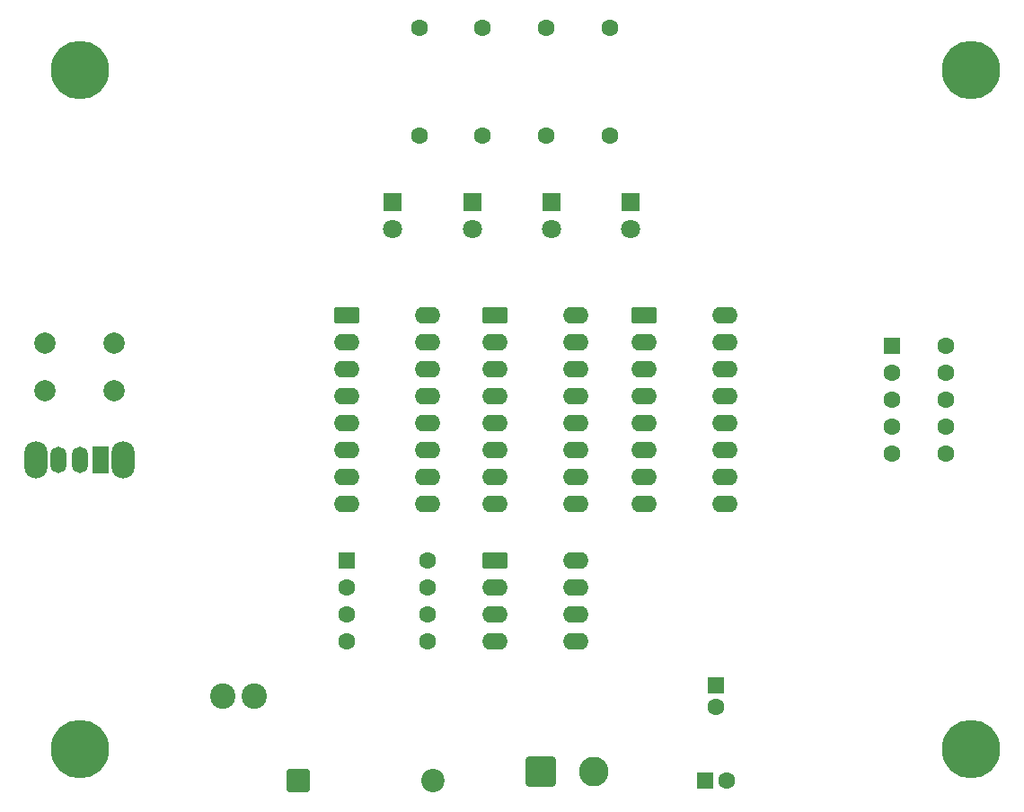
<source format=gbr>
%TF.GenerationSoftware,KiCad,Pcbnew,9.0.3*%
%TF.CreationDate,2025-12-16T09:58:44+01:00*%
%TF.ProjectId,PTP_Teo_Sencar_Project1,5054505f-5465-46f5-9f53-656e6361725f,rev?*%
%TF.SameCoordinates,Original*%
%TF.FileFunction,Soldermask,Bot*%
%TF.FilePolarity,Negative*%
%FSLAX46Y46*%
G04 Gerber Fmt 4.6, Leading zero omitted, Abs format (unit mm)*
G04 Created by KiCad (PCBNEW 9.0.3) date 2025-12-16 09:58:44*
%MOMM*%
%LPD*%
G01*
G04 APERTURE LIST*
G04 Aperture macros list*
%AMRoundRect*
0 Rectangle with rounded corners*
0 $1 Rounding radius*
0 $2 $3 $4 $5 $6 $7 $8 $9 X,Y pos of 4 corners*
0 Add a 4 corners polygon primitive as box body*
4,1,4,$2,$3,$4,$5,$6,$7,$8,$9,$2,$3,0*
0 Add four circle primitives for the rounded corners*
1,1,$1+$1,$2,$3*
1,1,$1+$1,$4,$5*
1,1,$1+$1,$6,$7*
1,1,$1+$1,$8,$9*
0 Add four rect primitives between the rounded corners*
20,1,$1+$1,$2,$3,$4,$5,0*
20,1,$1+$1,$4,$5,$6,$7,0*
20,1,$1+$1,$6,$7,$8,$9,0*
20,1,$1+$1,$8,$9,$2,$3,0*%
G04 Aperture macros list end*
%ADD10O,1.500000X2.500000*%
%ADD11R,1.500000X2.500000*%
%ADD12O,2.200000X3.500000*%
%ADD13C,1.800000*%
%ADD14R,1.800000X1.800000*%
%ADD15C,2.000000*%
%ADD16C,5.500000*%
%ADD17C,1.600000*%
%ADD18RoundRect,0.250000X-0.550000X0.550000X-0.550000X-0.550000X0.550000X-0.550000X0.550000X0.550000X0*%
%ADD19RoundRect,0.250000X-0.550000X-0.550000X0.550000X-0.550000X0.550000X0.550000X-0.550000X0.550000X0*%
%ADD20RoundRect,0.250000X-0.950000X-0.550000X0.950000X-0.550000X0.950000X0.550000X-0.950000X0.550000X0*%
%ADD21O,2.400000X1.600000*%
%ADD22R,1.600000X1.600000*%
%ADD23RoundRect,0.249999X-0.850001X-0.850001X0.850001X-0.850001X0.850001X0.850001X-0.850001X0.850001X0*%
%ADD24C,2.200000*%
%ADD25RoundRect,0.250001X-1.149999X-1.149999X1.149999X-1.149999X1.149999X1.149999X-1.149999X1.149999X0*%
%ADD26C,2.800000*%
%ADD27C,2.400000*%
G04 APERTURE END LIST*
D10*
%TO.C,SW2*%
X105000000Y-95702500D03*
X107000000Y-95702500D03*
D11*
X109000000Y-95702500D03*
D12*
X102900000Y-95702500D03*
X111100000Y-95702500D03*
%TD*%
D13*
%TO.C,D3*%
X144000000Y-74000000D03*
D14*
X144000000Y-71460000D03*
%TD*%
D15*
%TO.C,SW1*%
X103750000Y-84750000D03*
X110250000Y-84750000D03*
X103750000Y-89250000D03*
X110250000Y-89250000D03*
%TD*%
D16*
%TO.C,H4*%
X191000000Y-123000000D03*
%TD*%
D17*
%TO.C,R3*%
X145000000Y-65160000D03*
X145000000Y-55000000D03*
%TD*%
D18*
%TO.C,C2*%
X167000000Y-117000000D03*
D17*
X167000000Y-119000000D03*
%TD*%
D19*
%TO.C,U7*%
X132195000Y-105190000D03*
D17*
X132195000Y-107730000D03*
X132195000Y-110270000D03*
X132195000Y-112810000D03*
X139815000Y-112810000D03*
X139815000Y-110270000D03*
X139815000Y-107730000D03*
X139815000Y-105190000D03*
%TD*%
%TO.C,R4*%
X139000000Y-65160000D03*
X139000000Y-55000000D03*
%TD*%
D20*
%TO.C,U3*%
X146190000Y-82110000D03*
D21*
X146190000Y-84650000D03*
X146190000Y-87190000D03*
X146190000Y-89730000D03*
X146190000Y-92270000D03*
X146190000Y-94810000D03*
X146190000Y-97350000D03*
X146190000Y-99890000D03*
X153810000Y-99890000D03*
X153810000Y-97350000D03*
X153810000Y-94810000D03*
X153810000Y-92270000D03*
X153810000Y-89730000D03*
X153810000Y-87190000D03*
X153810000Y-84650000D03*
X153810000Y-82110000D03*
%TD*%
D16*
%TO.C,H3*%
X191000000Y-59000000D03*
%TD*%
%TO.C,H1*%
X107000000Y-59000000D03*
%TD*%
D20*
%TO.C,U4*%
X160190000Y-82110000D03*
D21*
X160190000Y-84650000D03*
X160190000Y-87190000D03*
X160190000Y-89730000D03*
X160190000Y-92270000D03*
X160190000Y-94810000D03*
X160190000Y-97350000D03*
X160190000Y-99890000D03*
X167810000Y-99890000D03*
X167810000Y-97350000D03*
X167810000Y-94810000D03*
X167810000Y-92270000D03*
X167810000Y-89730000D03*
X167810000Y-87190000D03*
X167810000Y-84650000D03*
X167810000Y-82110000D03*
%TD*%
D20*
%TO.C,U1*%
X146190000Y-105190000D03*
D21*
X146190000Y-107730000D03*
X146190000Y-110270000D03*
X146190000Y-112810000D03*
X153810000Y-112810000D03*
X153810000Y-110270000D03*
X153810000Y-107730000D03*
X153810000Y-105190000D03*
%TD*%
D19*
%TO.C,C1*%
X166000000Y-126000000D03*
D17*
X168000000Y-126000000D03*
%TD*%
D22*
%TO.C,U5*%
X183532500Y-84982500D03*
D17*
X183532500Y-87522500D03*
X183532500Y-90062500D03*
X183532500Y-92602500D03*
X183532500Y-95142500D03*
X188612500Y-95142500D03*
X188612500Y-92602500D03*
X188612500Y-90062500D03*
X188612500Y-87522500D03*
X188612500Y-84982500D03*
%TD*%
D14*
%TO.C,D2*%
X151470000Y-71460000D03*
D13*
X151470000Y-74000000D03*
%TD*%
D23*
%TO.C,D4*%
X127650000Y-126000000D03*
D24*
X140350000Y-126000000D03*
%TD*%
D17*
%TO.C,R2*%
X151000000Y-65160000D03*
X151000000Y-55000000D03*
%TD*%
D16*
%TO.C,H2*%
X107000000Y-123000000D03*
%TD*%
D14*
%TO.C,D5*%
X136530000Y-71460000D03*
D13*
X136530000Y-74000000D03*
%TD*%
D17*
%TO.C,R1*%
X157000000Y-65160000D03*
X157000000Y-55000000D03*
%TD*%
D14*
%TO.C,D1*%
X158940000Y-71460000D03*
D13*
X158940000Y-74000000D03*
%TD*%
D25*
%TO.C,J1*%
X150500000Y-125117500D03*
D26*
X155500000Y-125117500D03*
%TD*%
D27*
%TO.C,L1*%
X123500000Y-118000000D03*
X120500000Y-118000000D03*
%TD*%
D20*
%TO.C,U2*%
X132190000Y-82110000D03*
D21*
X132190000Y-84650000D03*
X132190000Y-87190000D03*
X132190000Y-89730000D03*
X132190000Y-92270000D03*
X132190000Y-94810000D03*
X132190000Y-97350000D03*
X132190000Y-99890000D03*
X139810000Y-99890000D03*
X139810000Y-97350000D03*
X139810000Y-94810000D03*
X139810000Y-92270000D03*
X139810000Y-89730000D03*
X139810000Y-87190000D03*
X139810000Y-84650000D03*
X139810000Y-82110000D03*
%TD*%
M02*

</source>
